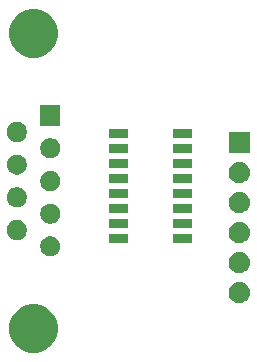
<source format=gbr>
G04 #@! TF.GenerationSoftware,KiCad,Pcbnew,(5.0.2)-1*
G04 #@! TF.CreationDate,2019-09-14T16:49:05-04:00*
G04 #@! TF.ProjectId,RS232_TTL_Male,52533233-325f-4545-944c-5f4d616c652e,rev?*
G04 #@! TF.SameCoordinates,Original*
G04 #@! TF.FileFunction,Soldermask,Top*
G04 #@! TF.FilePolarity,Negative*
%FSLAX46Y46*%
G04 Gerber Fmt 4.6, Leading zero omitted, Abs format (unit mm)*
G04 Created by KiCad (PCBNEW (5.0.2)-1) date 9/14/2019 4:49:05 PM*
%MOMM*%
%LPD*%
G01*
G04 APERTURE LIST*
%ADD10C,0.100000*%
G04 APERTURE END LIST*
D10*
G36*
X9719252Y-25973818D02*
X9719254Y-25973819D01*
X9719255Y-25973819D01*
X10092513Y-26128427D01*
X10092514Y-26128428D01*
X10428439Y-26352886D01*
X10714114Y-26638561D01*
X10714116Y-26638564D01*
X10938573Y-26974487D01*
X11093181Y-27347745D01*
X11172000Y-27743994D01*
X11172000Y-28148006D01*
X11093181Y-28544255D01*
X10938573Y-28917513D01*
X10938572Y-28917514D01*
X10714114Y-29253439D01*
X10428439Y-29539114D01*
X10428436Y-29539116D01*
X10092513Y-29763573D01*
X9719255Y-29918181D01*
X9719254Y-29918181D01*
X9719252Y-29918182D01*
X9323007Y-29997000D01*
X8918993Y-29997000D01*
X8522748Y-29918182D01*
X8522746Y-29918181D01*
X8522745Y-29918181D01*
X8149487Y-29763573D01*
X7813564Y-29539116D01*
X7813561Y-29539114D01*
X7527886Y-29253439D01*
X7303428Y-28917514D01*
X7303427Y-28917513D01*
X7148819Y-28544255D01*
X7070000Y-28148006D01*
X7070000Y-27743994D01*
X7148819Y-27347745D01*
X7303427Y-26974487D01*
X7527884Y-26638564D01*
X7527886Y-26638561D01*
X7813561Y-26352886D01*
X8149486Y-26128428D01*
X8149487Y-26128427D01*
X8522745Y-25973819D01*
X8522746Y-25973819D01*
X8522748Y-25973818D01*
X8918993Y-25895000D01*
X9323007Y-25895000D01*
X9719252Y-25973818D01*
X9719252Y-25973818D01*
G37*
G36*
X26653443Y-23997519D02*
X26719627Y-24004037D01*
X26832853Y-24038384D01*
X26889467Y-24055557D01*
X27028087Y-24129652D01*
X27045991Y-24139222D01*
X27081729Y-24168552D01*
X27183186Y-24251814D01*
X27266448Y-24353271D01*
X27295778Y-24389009D01*
X27295779Y-24389011D01*
X27379443Y-24545533D01*
X27379443Y-24545534D01*
X27430963Y-24715373D01*
X27448359Y-24892000D01*
X27430963Y-25068627D01*
X27396616Y-25181853D01*
X27379443Y-25238467D01*
X27305348Y-25377087D01*
X27295778Y-25394991D01*
X27266448Y-25430729D01*
X27183186Y-25532186D01*
X27081729Y-25615448D01*
X27045991Y-25644778D01*
X27045989Y-25644779D01*
X26889467Y-25728443D01*
X26832853Y-25745616D01*
X26719627Y-25779963D01*
X26653442Y-25786482D01*
X26587260Y-25793000D01*
X26498740Y-25793000D01*
X26432557Y-25786481D01*
X26366373Y-25779963D01*
X26253147Y-25745616D01*
X26196533Y-25728443D01*
X26040011Y-25644779D01*
X26040009Y-25644778D01*
X26004271Y-25615448D01*
X25902814Y-25532186D01*
X25819552Y-25430729D01*
X25790222Y-25394991D01*
X25780652Y-25377087D01*
X25706557Y-25238467D01*
X25689384Y-25181853D01*
X25655037Y-25068627D01*
X25637641Y-24892000D01*
X25655037Y-24715373D01*
X25706557Y-24545534D01*
X25706557Y-24545533D01*
X25790221Y-24389011D01*
X25790222Y-24389009D01*
X25819552Y-24353271D01*
X25902814Y-24251814D01*
X26004271Y-24168552D01*
X26040009Y-24139222D01*
X26057913Y-24129652D01*
X26196533Y-24055557D01*
X26253147Y-24038384D01*
X26366373Y-24004037D01*
X26432558Y-23997518D01*
X26498740Y-23991000D01*
X26587260Y-23991000D01*
X26653443Y-23997519D01*
X26653443Y-23997519D01*
G37*
G36*
X26653443Y-21457519D02*
X26719627Y-21464037D01*
X26832853Y-21498384D01*
X26889467Y-21515557D01*
X27028087Y-21589652D01*
X27045991Y-21599222D01*
X27081729Y-21628552D01*
X27183186Y-21711814D01*
X27259083Y-21804296D01*
X27295778Y-21849009D01*
X27295779Y-21849011D01*
X27379443Y-22005533D01*
X27379443Y-22005534D01*
X27430963Y-22175373D01*
X27448359Y-22352000D01*
X27430963Y-22528627D01*
X27396616Y-22641853D01*
X27379443Y-22698467D01*
X27305348Y-22837087D01*
X27295778Y-22854991D01*
X27266448Y-22890729D01*
X27183186Y-22992186D01*
X27081729Y-23075448D01*
X27045991Y-23104778D01*
X27045989Y-23104779D01*
X26889467Y-23188443D01*
X26832853Y-23205616D01*
X26719627Y-23239963D01*
X26653443Y-23246481D01*
X26587260Y-23253000D01*
X26498740Y-23253000D01*
X26432557Y-23246481D01*
X26366373Y-23239963D01*
X26253147Y-23205616D01*
X26196533Y-23188443D01*
X26040011Y-23104779D01*
X26040009Y-23104778D01*
X26004271Y-23075448D01*
X25902814Y-22992186D01*
X25819552Y-22890729D01*
X25790222Y-22854991D01*
X25780652Y-22837087D01*
X25706557Y-22698467D01*
X25689384Y-22641853D01*
X25655037Y-22528627D01*
X25637641Y-22352000D01*
X25655037Y-22175373D01*
X25706557Y-22005534D01*
X25706557Y-22005533D01*
X25790221Y-21849011D01*
X25790222Y-21849009D01*
X25826917Y-21804296D01*
X25902814Y-21711814D01*
X26004271Y-21628552D01*
X26040009Y-21599222D01*
X26057913Y-21589652D01*
X26196533Y-21515557D01*
X26253147Y-21498384D01*
X26366373Y-21464037D01*
X26432557Y-21457519D01*
X26498740Y-21451000D01*
X26587260Y-21451000D01*
X26653443Y-21457519D01*
X26653443Y-21457519D01*
G37*
G36*
X10789228Y-20167703D02*
X10944100Y-20231853D01*
X11083481Y-20324985D01*
X11202015Y-20443519D01*
X11295147Y-20582900D01*
X11359297Y-20737772D01*
X11392000Y-20902184D01*
X11392000Y-21069816D01*
X11359297Y-21234228D01*
X11295147Y-21389100D01*
X11202015Y-21528481D01*
X11083481Y-21647015D01*
X10944100Y-21740147D01*
X10789228Y-21804297D01*
X10624816Y-21837000D01*
X10457184Y-21837000D01*
X10292772Y-21804297D01*
X10137900Y-21740147D01*
X9998519Y-21647015D01*
X9879985Y-21528481D01*
X9786853Y-21389100D01*
X9722703Y-21234228D01*
X9690000Y-21069816D01*
X9690000Y-20902184D01*
X9722703Y-20737772D01*
X9786853Y-20582900D01*
X9879985Y-20443519D01*
X9998519Y-20324985D01*
X10137900Y-20231853D01*
X10292772Y-20167703D01*
X10457184Y-20135000D01*
X10624816Y-20135000D01*
X10789228Y-20167703D01*
X10789228Y-20167703D01*
G37*
G36*
X26653442Y-18917518D02*
X26719627Y-18924037D01*
X26832853Y-18958384D01*
X26889467Y-18975557D01*
X26999358Y-19034296D01*
X27045991Y-19059222D01*
X27055468Y-19067000D01*
X27183186Y-19171814D01*
X27266448Y-19273271D01*
X27295778Y-19309009D01*
X27295779Y-19309011D01*
X27379443Y-19465533D01*
X27379443Y-19465534D01*
X27430963Y-19635373D01*
X27448359Y-19812000D01*
X27430963Y-19988627D01*
X27426269Y-20004100D01*
X27379443Y-20158467D01*
X27305348Y-20297087D01*
X27295778Y-20314991D01*
X27287576Y-20324985D01*
X27183186Y-20452186D01*
X27081729Y-20535448D01*
X27045991Y-20564778D01*
X27045989Y-20564779D01*
X26889467Y-20648443D01*
X26832853Y-20665616D01*
X26719627Y-20699963D01*
X26653443Y-20706481D01*
X26587260Y-20713000D01*
X26498740Y-20713000D01*
X26432557Y-20706481D01*
X26366373Y-20699963D01*
X26253147Y-20665616D01*
X26196533Y-20648443D01*
X26040011Y-20564779D01*
X26040009Y-20564778D01*
X26004271Y-20535448D01*
X25902814Y-20452186D01*
X25798424Y-20324985D01*
X25790222Y-20314991D01*
X25780652Y-20297087D01*
X25706557Y-20158467D01*
X25659731Y-20004100D01*
X25655037Y-19988627D01*
X25637641Y-19812000D01*
X25655037Y-19635373D01*
X25706557Y-19465534D01*
X25706557Y-19465533D01*
X25790221Y-19309011D01*
X25790222Y-19309009D01*
X25819552Y-19273271D01*
X25902814Y-19171814D01*
X26030532Y-19067000D01*
X26040009Y-19059222D01*
X26086642Y-19034296D01*
X26196533Y-18975557D01*
X26253147Y-18958384D01*
X26366373Y-18924037D01*
X26432558Y-18917518D01*
X26498740Y-18911000D01*
X26587260Y-18911000D01*
X26653442Y-18917518D01*
X26653442Y-18917518D01*
G37*
G36*
X22551000Y-20671000D02*
X20949000Y-20671000D01*
X20949000Y-19969000D01*
X22551000Y-19969000D01*
X22551000Y-20671000D01*
X22551000Y-20671000D01*
G37*
G36*
X17151000Y-20671000D02*
X15549000Y-20671000D01*
X15549000Y-19969000D01*
X17151000Y-19969000D01*
X17151000Y-20671000D01*
X17151000Y-20671000D01*
G37*
G36*
X7949228Y-18782703D02*
X8104100Y-18846853D01*
X8243481Y-18939985D01*
X8362015Y-19058519D01*
X8455147Y-19197900D01*
X8519297Y-19352772D01*
X8552000Y-19517184D01*
X8552000Y-19684816D01*
X8519297Y-19849228D01*
X8455147Y-20004100D01*
X8362015Y-20143481D01*
X8243481Y-20262015D01*
X8104100Y-20355147D01*
X7949228Y-20419297D01*
X7784816Y-20452000D01*
X7617184Y-20452000D01*
X7452772Y-20419297D01*
X7297900Y-20355147D01*
X7158519Y-20262015D01*
X7039985Y-20143481D01*
X6946853Y-20004100D01*
X6882703Y-19849228D01*
X6850000Y-19684816D01*
X6850000Y-19517184D01*
X6882703Y-19352772D01*
X6946853Y-19197900D01*
X7039985Y-19058519D01*
X7158519Y-18939985D01*
X7297900Y-18846853D01*
X7452772Y-18782703D01*
X7617184Y-18750000D01*
X7784816Y-18750000D01*
X7949228Y-18782703D01*
X7949228Y-18782703D01*
G37*
G36*
X22551000Y-19401000D02*
X20949000Y-19401000D01*
X20949000Y-18699000D01*
X22551000Y-18699000D01*
X22551000Y-19401000D01*
X22551000Y-19401000D01*
G37*
G36*
X17151000Y-19401000D02*
X15549000Y-19401000D01*
X15549000Y-18699000D01*
X17151000Y-18699000D01*
X17151000Y-19401000D01*
X17151000Y-19401000D01*
G37*
G36*
X10789228Y-17397703D02*
X10944100Y-17461853D01*
X11083481Y-17554985D01*
X11202015Y-17673519D01*
X11295147Y-17812900D01*
X11359297Y-17967772D01*
X11392000Y-18132184D01*
X11392000Y-18299816D01*
X11359297Y-18464228D01*
X11295147Y-18619100D01*
X11202015Y-18758481D01*
X11083481Y-18877015D01*
X10944100Y-18970147D01*
X10789228Y-19034297D01*
X10624816Y-19067000D01*
X10457184Y-19067000D01*
X10292772Y-19034297D01*
X10137900Y-18970147D01*
X9998519Y-18877015D01*
X9879985Y-18758481D01*
X9786853Y-18619100D01*
X9722703Y-18464228D01*
X9690000Y-18299816D01*
X9690000Y-18132184D01*
X9722703Y-17967772D01*
X9786853Y-17812900D01*
X9879985Y-17673519D01*
X9998519Y-17554985D01*
X10137900Y-17461853D01*
X10292772Y-17397703D01*
X10457184Y-17365000D01*
X10624816Y-17365000D01*
X10789228Y-17397703D01*
X10789228Y-17397703D01*
G37*
G36*
X26653442Y-16377518D02*
X26719627Y-16384037D01*
X26832853Y-16418384D01*
X26889467Y-16435557D01*
X27028087Y-16509652D01*
X27045991Y-16519222D01*
X27081729Y-16548552D01*
X27183186Y-16631814D01*
X27266448Y-16733271D01*
X27295778Y-16769009D01*
X27295779Y-16769011D01*
X27379443Y-16925533D01*
X27379443Y-16925534D01*
X27430963Y-17095373D01*
X27448359Y-17272000D01*
X27430963Y-17448627D01*
X27417801Y-17492015D01*
X27379443Y-17618467D01*
X27345483Y-17682000D01*
X27295778Y-17774991D01*
X27266448Y-17810729D01*
X27183186Y-17912186D01*
X27115453Y-17967772D01*
X27045991Y-18024778D01*
X27045989Y-18024779D01*
X26889467Y-18108443D01*
X26832853Y-18125616D01*
X26719627Y-18159963D01*
X26653442Y-18166482D01*
X26587260Y-18173000D01*
X26498740Y-18173000D01*
X26432558Y-18166482D01*
X26366373Y-18159963D01*
X26253147Y-18125616D01*
X26196533Y-18108443D01*
X26040011Y-18024779D01*
X26040009Y-18024778D01*
X25970547Y-17967772D01*
X25902814Y-17912186D01*
X25819552Y-17810729D01*
X25790222Y-17774991D01*
X25740517Y-17682000D01*
X25706557Y-17618467D01*
X25668199Y-17492015D01*
X25655037Y-17448627D01*
X25637641Y-17272000D01*
X25655037Y-17095373D01*
X25706557Y-16925534D01*
X25706557Y-16925533D01*
X25790221Y-16769011D01*
X25790222Y-16769009D01*
X25819552Y-16733271D01*
X25902814Y-16631814D01*
X26004271Y-16548552D01*
X26040009Y-16519222D01*
X26057913Y-16509652D01*
X26196533Y-16435557D01*
X26253147Y-16418384D01*
X26366373Y-16384037D01*
X26432558Y-16377518D01*
X26498740Y-16371000D01*
X26587260Y-16371000D01*
X26653442Y-16377518D01*
X26653442Y-16377518D01*
G37*
G36*
X17151000Y-18131000D02*
X15549000Y-18131000D01*
X15549000Y-17429000D01*
X17151000Y-17429000D01*
X17151000Y-18131000D01*
X17151000Y-18131000D01*
G37*
G36*
X22551000Y-18131000D02*
X20949000Y-18131000D01*
X20949000Y-17429000D01*
X22551000Y-17429000D01*
X22551000Y-18131000D01*
X22551000Y-18131000D01*
G37*
G36*
X7949228Y-16012703D02*
X8104100Y-16076853D01*
X8243481Y-16169985D01*
X8362015Y-16288519D01*
X8455147Y-16427900D01*
X8519297Y-16582772D01*
X8552000Y-16747184D01*
X8552000Y-16914816D01*
X8519297Y-17079228D01*
X8455147Y-17234100D01*
X8362015Y-17373481D01*
X8243481Y-17492015D01*
X8104100Y-17585147D01*
X7949228Y-17649297D01*
X7784816Y-17682000D01*
X7617184Y-17682000D01*
X7452772Y-17649297D01*
X7297900Y-17585147D01*
X7158519Y-17492015D01*
X7039985Y-17373481D01*
X6946853Y-17234100D01*
X6882703Y-17079228D01*
X6850000Y-16914816D01*
X6850000Y-16747184D01*
X6882703Y-16582772D01*
X6946853Y-16427900D01*
X7039985Y-16288519D01*
X7158519Y-16169985D01*
X7297900Y-16076853D01*
X7452772Y-16012703D01*
X7617184Y-15980000D01*
X7784816Y-15980000D01*
X7949228Y-16012703D01*
X7949228Y-16012703D01*
G37*
G36*
X22551000Y-16861000D02*
X20949000Y-16861000D01*
X20949000Y-16159000D01*
X22551000Y-16159000D01*
X22551000Y-16861000D01*
X22551000Y-16861000D01*
G37*
G36*
X17151000Y-16861000D02*
X15549000Y-16861000D01*
X15549000Y-16159000D01*
X17151000Y-16159000D01*
X17151000Y-16861000D01*
X17151000Y-16861000D01*
G37*
G36*
X10789228Y-14627703D02*
X10944100Y-14691853D01*
X11083481Y-14784985D01*
X11202015Y-14903519D01*
X11295147Y-15042900D01*
X11359297Y-15197772D01*
X11392000Y-15362184D01*
X11392000Y-15529816D01*
X11359297Y-15694228D01*
X11295147Y-15849100D01*
X11202015Y-15988481D01*
X11083481Y-16107015D01*
X10944100Y-16200147D01*
X10789228Y-16264297D01*
X10624816Y-16297000D01*
X10457184Y-16297000D01*
X10292772Y-16264297D01*
X10137900Y-16200147D01*
X9998519Y-16107015D01*
X9879985Y-15988481D01*
X9786853Y-15849100D01*
X9722703Y-15694228D01*
X9690000Y-15529816D01*
X9690000Y-15362184D01*
X9722703Y-15197772D01*
X9786853Y-15042900D01*
X9879985Y-14903519D01*
X9998519Y-14784985D01*
X10137900Y-14691853D01*
X10292772Y-14627703D01*
X10457184Y-14595000D01*
X10624816Y-14595000D01*
X10789228Y-14627703D01*
X10789228Y-14627703D01*
G37*
G36*
X26653442Y-13837518D02*
X26719627Y-13844037D01*
X26832853Y-13878384D01*
X26889467Y-13895557D01*
X27028087Y-13969652D01*
X27045991Y-13979222D01*
X27081729Y-14008552D01*
X27183186Y-14091814D01*
X27266448Y-14193271D01*
X27295778Y-14229009D01*
X27295779Y-14229011D01*
X27379443Y-14385533D01*
X27379443Y-14385534D01*
X27430963Y-14555373D01*
X27448359Y-14732000D01*
X27430963Y-14908627D01*
X27396616Y-15021853D01*
X27379443Y-15078467D01*
X27315672Y-15197772D01*
X27295778Y-15234991D01*
X27266448Y-15270729D01*
X27183186Y-15372186D01*
X27081729Y-15455448D01*
X27045991Y-15484778D01*
X27045989Y-15484779D01*
X26889467Y-15568443D01*
X26832853Y-15585616D01*
X26719627Y-15619963D01*
X26653442Y-15626482D01*
X26587260Y-15633000D01*
X26498740Y-15633000D01*
X26432558Y-15626482D01*
X26366373Y-15619963D01*
X26253147Y-15585616D01*
X26196533Y-15568443D01*
X26040011Y-15484779D01*
X26040009Y-15484778D01*
X26004271Y-15455448D01*
X25902814Y-15372186D01*
X25819552Y-15270729D01*
X25790222Y-15234991D01*
X25770328Y-15197772D01*
X25706557Y-15078467D01*
X25689384Y-15021853D01*
X25655037Y-14908627D01*
X25637641Y-14732000D01*
X25655037Y-14555373D01*
X25706557Y-14385534D01*
X25706557Y-14385533D01*
X25790221Y-14229011D01*
X25790222Y-14229009D01*
X25819552Y-14193271D01*
X25902814Y-14091814D01*
X26004271Y-14008552D01*
X26040009Y-13979222D01*
X26057913Y-13969652D01*
X26196533Y-13895557D01*
X26253147Y-13878384D01*
X26366373Y-13844037D01*
X26432558Y-13837518D01*
X26498740Y-13831000D01*
X26587260Y-13831000D01*
X26653442Y-13837518D01*
X26653442Y-13837518D01*
G37*
G36*
X22551000Y-15591000D02*
X20949000Y-15591000D01*
X20949000Y-14889000D01*
X22551000Y-14889000D01*
X22551000Y-15591000D01*
X22551000Y-15591000D01*
G37*
G36*
X17151000Y-15591000D02*
X15549000Y-15591000D01*
X15549000Y-14889000D01*
X17151000Y-14889000D01*
X17151000Y-15591000D01*
X17151000Y-15591000D01*
G37*
G36*
X7949228Y-13242703D02*
X8104100Y-13306853D01*
X8243481Y-13399985D01*
X8362015Y-13518519D01*
X8455147Y-13657900D01*
X8519297Y-13812772D01*
X8552000Y-13977184D01*
X8552000Y-14144816D01*
X8519297Y-14309228D01*
X8455147Y-14464100D01*
X8362015Y-14603481D01*
X8243481Y-14722015D01*
X8104100Y-14815147D01*
X7949228Y-14879297D01*
X7784816Y-14912000D01*
X7617184Y-14912000D01*
X7452772Y-14879297D01*
X7297900Y-14815147D01*
X7158519Y-14722015D01*
X7039985Y-14603481D01*
X6946853Y-14464100D01*
X6882703Y-14309228D01*
X6850000Y-14144816D01*
X6850000Y-13977184D01*
X6882703Y-13812772D01*
X6946853Y-13657900D01*
X7039985Y-13518519D01*
X7158519Y-13399985D01*
X7297900Y-13306853D01*
X7452772Y-13242703D01*
X7617184Y-13210000D01*
X7784816Y-13210000D01*
X7949228Y-13242703D01*
X7949228Y-13242703D01*
G37*
G36*
X17151000Y-14321000D02*
X15549000Y-14321000D01*
X15549000Y-13619000D01*
X17151000Y-13619000D01*
X17151000Y-14321000D01*
X17151000Y-14321000D01*
G37*
G36*
X22551000Y-14321000D02*
X20949000Y-14321000D01*
X20949000Y-13619000D01*
X22551000Y-13619000D01*
X22551000Y-14321000D01*
X22551000Y-14321000D01*
G37*
G36*
X10789228Y-11857703D02*
X10944100Y-11921853D01*
X11083481Y-12014985D01*
X11202015Y-12133519D01*
X11295147Y-12272900D01*
X11359297Y-12427772D01*
X11392000Y-12592184D01*
X11392000Y-12759816D01*
X11359297Y-12924228D01*
X11295147Y-13079100D01*
X11202015Y-13218481D01*
X11083481Y-13337015D01*
X10944100Y-13430147D01*
X10789228Y-13494297D01*
X10624816Y-13527000D01*
X10457184Y-13527000D01*
X10292772Y-13494297D01*
X10137900Y-13430147D01*
X9998519Y-13337015D01*
X9879985Y-13218481D01*
X9786853Y-13079100D01*
X9722703Y-12924228D01*
X9690000Y-12759816D01*
X9690000Y-12592184D01*
X9722703Y-12427772D01*
X9786853Y-12272900D01*
X9879985Y-12133519D01*
X9998519Y-12014985D01*
X10137900Y-11921853D01*
X10292772Y-11857703D01*
X10457184Y-11825000D01*
X10624816Y-11825000D01*
X10789228Y-11857703D01*
X10789228Y-11857703D01*
G37*
G36*
X27444000Y-13093000D02*
X25642000Y-13093000D01*
X25642000Y-11291000D01*
X27444000Y-11291000D01*
X27444000Y-13093000D01*
X27444000Y-13093000D01*
G37*
G36*
X17151000Y-13051000D02*
X15549000Y-13051000D01*
X15549000Y-12349000D01*
X17151000Y-12349000D01*
X17151000Y-13051000D01*
X17151000Y-13051000D01*
G37*
G36*
X22551000Y-13051000D02*
X20949000Y-13051000D01*
X20949000Y-12349000D01*
X22551000Y-12349000D01*
X22551000Y-13051000D01*
X22551000Y-13051000D01*
G37*
G36*
X7949228Y-10472703D02*
X8104100Y-10536853D01*
X8243481Y-10629985D01*
X8362015Y-10748519D01*
X8455147Y-10887900D01*
X8519297Y-11042772D01*
X8552000Y-11207184D01*
X8552000Y-11374816D01*
X8519297Y-11539228D01*
X8455147Y-11694100D01*
X8362015Y-11833481D01*
X8243481Y-11952015D01*
X8104100Y-12045147D01*
X7949228Y-12109297D01*
X7784816Y-12142000D01*
X7617184Y-12142000D01*
X7452772Y-12109297D01*
X7297900Y-12045147D01*
X7158519Y-11952015D01*
X7039985Y-11833481D01*
X6946853Y-11694100D01*
X6882703Y-11539228D01*
X6850000Y-11374816D01*
X6850000Y-11207184D01*
X6882703Y-11042772D01*
X6946853Y-10887900D01*
X7039985Y-10748519D01*
X7158519Y-10629985D01*
X7297900Y-10536853D01*
X7452772Y-10472703D01*
X7617184Y-10440000D01*
X7784816Y-10440000D01*
X7949228Y-10472703D01*
X7949228Y-10472703D01*
G37*
G36*
X17151000Y-11781000D02*
X15549000Y-11781000D01*
X15549000Y-11079000D01*
X17151000Y-11079000D01*
X17151000Y-11781000D01*
X17151000Y-11781000D01*
G37*
G36*
X22551000Y-11781000D02*
X20949000Y-11781000D01*
X20949000Y-11079000D01*
X22551000Y-11079000D01*
X22551000Y-11781000D01*
X22551000Y-11781000D01*
G37*
G36*
X11392000Y-10757000D02*
X9690000Y-10757000D01*
X9690000Y-9055000D01*
X11392000Y-9055000D01*
X11392000Y-10757000D01*
X11392000Y-10757000D01*
G37*
G36*
X9719252Y-973818D02*
X9719254Y-973819D01*
X9719255Y-973819D01*
X10092513Y-1128427D01*
X10092514Y-1128428D01*
X10428439Y-1352886D01*
X10714114Y-1638561D01*
X10714116Y-1638564D01*
X10938573Y-1974487D01*
X11093181Y-2347745D01*
X11172000Y-2743994D01*
X11172000Y-3148006D01*
X11093181Y-3544255D01*
X10938573Y-3917513D01*
X10938572Y-3917514D01*
X10714114Y-4253439D01*
X10428439Y-4539114D01*
X10428436Y-4539116D01*
X10092513Y-4763573D01*
X9719255Y-4918181D01*
X9719254Y-4918181D01*
X9719252Y-4918182D01*
X9323007Y-4997000D01*
X8918993Y-4997000D01*
X8522748Y-4918182D01*
X8522746Y-4918181D01*
X8522745Y-4918181D01*
X8149487Y-4763573D01*
X7813564Y-4539116D01*
X7813561Y-4539114D01*
X7527886Y-4253439D01*
X7303428Y-3917514D01*
X7303427Y-3917513D01*
X7148819Y-3544255D01*
X7070000Y-3148006D01*
X7070000Y-2743994D01*
X7148819Y-2347745D01*
X7303427Y-1974487D01*
X7527884Y-1638564D01*
X7527886Y-1638561D01*
X7813561Y-1352886D01*
X8149486Y-1128428D01*
X8149487Y-1128427D01*
X8522745Y-973819D01*
X8522746Y-973819D01*
X8522748Y-973818D01*
X8918993Y-895000D01*
X9323007Y-895000D01*
X9719252Y-973818D01*
X9719252Y-973818D01*
G37*
M02*

</source>
